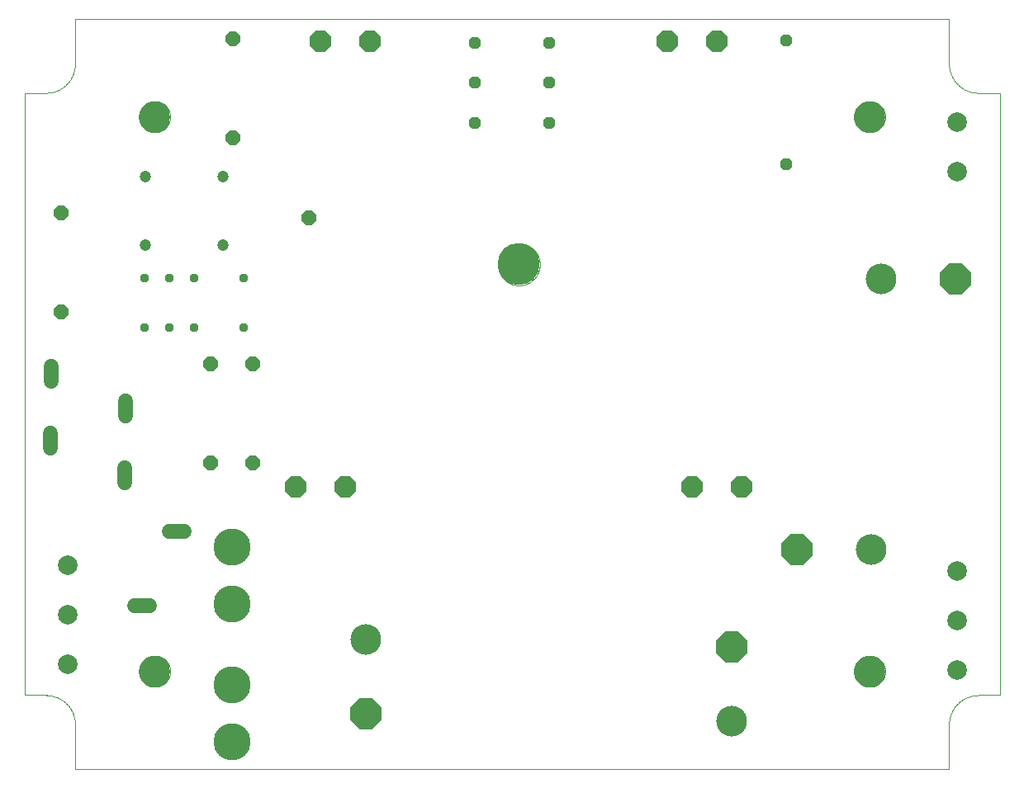
<source format=gbs>
G75*
%MOIN*%
%OFA0B0*%
%FSLAX25Y25*%
%IPPOS*%
%LPD*%
%AMOC8*
5,1,8,0,0,1.08239X$1,22.5*
%
%ADD10C,0.00000*%
%ADD11C,0.12598*%
%ADD12C,0.15000*%
%ADD13C,0.06000*%
%ADD14OC8,0.08600*%
%ADD15C,0.16929*%
%ADD16OC8,0.12400*%
%ADD17C,0.12400*%
%ADD18C,0.07874*%
%ADD19OC8,0.06000*%
%ADD20C,0.04724*%
%ADD21OC8,0.04800*%
%ADD22C,0.03740*%
%ADD23OC8,0.05906*%
D10*
X0022017Y0016053D02*
X0022017Y0034163D01*
X0022014Y0034448D01*
X0022003Y0034734D01*
X0021986Y0035019D01*
X0021962Y0035303D01*
X0021931Y0035587D01*
X0021893Y0035870D01*
X0021848Y0036151D01*
X0021797Y0036432D01*
X0021739Y0036712D01*
X0021674Y0036990D01*
X0021602Y0037266D01*
X0021524Y0037540D01*
X0021439Y0037813D01*
X0021347Y0038083D01*
X0021249Y0038351D01*
X0021145Y0038617D01*
X0021034Y0038880D01*
X0020917Y0039140D01*
X0020794Y0039398D01*
X0020664Y0039652D01*
X0020528Y0039903D01*
X0020387Y0040151D01*
X0020239Y0040395D01*
X0020086Y0040636D01*
X0019926Y0040872D01*
X0019761Y0041105D01*
X0019591Y0041334D01*
X0019415Y0041559D01*
X0019233Y0041779D01*
X0019047Y0041995D01*
X0018855Y0042206D01*
X0018658Y0042413D01*
X0018456Y0042615D01*
X0018249Y0042812D01*
X0018038Y0043004D01*
X0017822Y0043190D01*
X0017602Y0043372D01*
X0017377Y0043548D01*
X0017148Y0043718D01*
X0016915Y0043883D01*
X0016679Y0044043D01*
X0016438Y0044196D01*
X0016194Y0044344D01*
X0015946Y0044485D01*
X0015695Y0044621D01*
X0015441Y0044751D01*
X0015183Y0044874D01*
X0014923Y0044991D01*
X0014660Y0045102D01*
X0014394Y0045206D01*
X0014126Y0045304D01*
X0013856Y0045396D01*
X0013583Y0045481D01*
X0013309Y0045559D01*
X0013033Y0045631D01*
X0012755Y0045696D01*
X0012475Y0045754D01*
X0012194Y0045805D01*
X0011913Y0045850D01*
X0011630Y0045888D01*
X0011346Y0045919D01*
X0011062Y0045943D01*
X0010777Y0045960D01*
X0010491Y0045971D01*
X0010206Y0045974D01*
X0010206Y0045975D02*
X0001545Y0045975D01*
X0001545Y0289282D01*
X0010206Y0289282D01*
X0010491Y0289285D01*
X0010777Y0289296D01*
X0011062Y0289313D01*
X0011346Y0289337D01*
X0011630Y0289368D01*
X0011913Y0289406D01*
X0012194Y0289451D01*
X0012475Y0289502D01*
X0012755Y0289560D01*
X0013033Y0289625D01*
X0013309Y0289697D01*
X0013583Y0289775D01*
X0013856Y0289860D01*
X0014126Y0289952D01*
X0014394Y0290050D01*
X0014660Y0290154D01*
X0014923Y0290265D01*
X0015183Y0290382D01*
X0015441Y0290505D01*
X0015695Y0290635D01*
X0015946Y0290771D01*
X0016194Y0290912D01*
X0016438Y0291060D01*
X0016679Y0291213D01*
X0016915Y0291373D01*
X0017148Y0291538D01*
X0017377Y0291708D01*
X0017602Y0291884D01*
X0017822Y0292066D01*
X0018038Y0292252D01*
X0018249Y0292444D01*
X0018456Y0292641D01*
X0018658Y0292843D01*
X0018855Y0293050D01*
X0019047Y0293261D01*
X0019233Y0293477D01*
X0019415Y0293697D01*
X0019591Y0293922D01*
X0019761Y0294151D01*
X0019926Y0294384D01*
X0020086Y0294620D01*
X0020239Y0294861D01*
X0020387Y0295105D01*
X0020528Y0295353D01*
X0020664Y0295604D01*
X0020794Y0295858D01*
X0020917Y0296116D01*
X0021034Y0296376D01*
X0021145Y0296639D01*
X0021249Y0296905D01*
X0021347Y0297173D01*
X0021439Y0297443D01*
X0021524Y0297716D01*
X0021602Y0297990D01*
X0021674Y0298266D01*
X0021739Y0298544D01*
X0021797Y0298824D01*
X0021848Y0299105D01*
X0021893Y0299386D01*
X0021931Y0299669D01*
X0021962Y0299953D01*
X0021986Y0300237D01*
X0022003Y0300522D01*
X0022014Y0300808D01*
X0022017Y0301093D01*
X0022017Y0319203D01*
X0374773Y0319203D01*
X0374773Y0301093D01*
X0374776Y0300808D01*
X0374787Y0300522D01*
X0374804Y0300237D01*
X0374828Y0299953D01*
X0374859Y0299669D01*
X0374897Y0299386D01*
X0374942Y0299105D01*
X0374993Y0298824D01*
X0375051Y0298544D01*
X0375116Y0298266D01*
X0375188Y0297990D01*
X0375266Y0297716D01*
X0375351Y0297443D01*
X0375443Y0297173D01*
X0375541Y0296905D01*
X0375645Y0296639D01*
X0375756Y0296376D01*
X0375873Y0296116D01*
X0375996Y0295858D01*
X0376126Y0295604D01*
X0376262Y0295353D01*
X0376403Y0295105D01*
X0376551Y0294861D01*
X0376704Y0294620D01*
X0376864Y0294384D01*
X0377029Y0294151D01*
X0377199Y0293922D01*
X0377375Y0293697D01*
X0377557Y0293477D01*
X0377743Y0293261D01*
X0377935Y0293050D01*
X0378132Y0292843D01*
X0378334Y0292641D01*
X0378541Y0292444D01*
X0378752Y0292252D01*
X0378968Y0292066D01*
X0379188Y0291884D01*
X0379413Y0291708D01*
X0379642Y0291538D01*
X0379875Y0291373D01*
X0380111Y0291213D01*
X0380352Y0291060D01*
X0380596Y0290912D01*
X0380844Y0290771D01*
X0381095Y0290635D01*
X0381349Y0290505D01*
X0381607Y0290382D01*
X0381867Y0290265D01*
X0382130Y0290154D01*
X0382396Y0290050D01*
X0382664Y0289952D01*
X0382934Y0289860D01*
X0383207Y0289775D01*
X0383481Y0289697D01*
X0383757Y0289625D01*
X0384035Y0289560D01*
X0384315Y0289502D01*
X0384596Y0289451D01*
X0384877Y0289406D01*
X0385160Y0289368D01*
X0385444Y0289337D01*
X0385728Y0289313D01*
X0386013Y0289296D01*
X0386299Y0289285D01*
X0386584Y0289282D01*
X0395245Y0289282D01*
X0395245Y0045975D01*
X0386584Y0045975D01*
X0386584Y0045974D02*
X0386299Y0045971D01*
X0386013Y0045960D01*
X0385728Y0045943D01*
X0385444Y0045919D01*
X0385160Y0045888D01*
X0384877Y0045850D01*
X0384596Y0045805D01*
X0384315Y0045754D01*
X0384035Y0045696D01*
X0383757Y0045631D01*
X0383481Y0045559D01*
X0383207Y0045481D01*
X0382934Y0045396D01*
X0382664Y0045304D01*
X0382396Y0045206D01*
X0382130Y0045102D01*
X0381867Y0044991D01*
X0381607Y0044874D01*
X0381349Y0044751D01*
X0381095Y0044621D01*
X0380844Y0044485D01*
X0380596Y0044344D01*
X0380352Y0044196D01*
X0380111Y0044043D01*
X0379875Y0043883D01*
X0379642Y0043718D01*
X0379413Y0043548D01*
X0379188Y0043372D01*
X0378968Y0043190D01*
X0378752Y0043004D01*
X0378541Y0042812D01*
X0378334Y0042615D01*
X0378132Y0042413D01*
X0377935Y0042206D01*
X0377743Y0041995D01*
X0377557Y0041779D01*
X0377375Y0041559D01*
X0377199Y0041334D01*
X0377029Y0041105D01*
X0376864Y0040872D01*
X0376704Y0040636D01*
X0376551Y0040395D01*
X0376403Y0040151D01*
X0376262Y0039903D01*
X0376126Y0039652D01*
X0375996Y0039398D01*
X0375873Y0039140D01*
X0375756Y0038880D01*
X0375645Y0038617D01*
X0375541Y0038351D01*
X0375443Y0038083D01*
X0375351Y0037813D01*
X0375266Y0037540D01*
X0375188Y0037266D01*
X0375116Y0036990D01*
X0375051Y0036712D01*
X0374993Y0036432D01*
X0374942Y0036151D01*
X0374897Y0035870D01*
X0374859Y0035587D01*
X0374828Y0035303D01*
X0374804Y0035019D01*
X0374787Y0034734D01*
X0374776Y0034448D01*
X0374773Y0034163D01*
X0374773Y0016053D01*
X0022017Y0016053D01*
X0010600Y0045975D02*
X0010206Y0045975D01*
X0047805Y0055620D02*
X0047807Y0055778D01*
X0047813Y0055936D01*
X0047823Y0056094D01*
X0047837Y0056252D01*
X0047855Y0056409D01*
X0047876Y0056566D01*
X0047902Y0056722D01*
X0047932Y0056878D01*
X0047965Y0057033D01*
X0048003Y0057186D01*
X0048044Y0057339D01*
X0048089Y0057491D01*
X0048138Y0057642D01*
X0048191Y0057791D01*
X0048247Y0057939D01*
X0048307Y0058085D01*
X0048371Y0058230D01*
X0048439Y0058373D01*
X0048510Y0058515D01*
X0048584Y0058655D01*
X0048662Y0058792D01*
X0048744Y0058928D01*
X0048828Y0059062D01*
X0048917Y0059193D01*
X0049008Y0059322D01*
X0049103Y0059449D01*
X0049200Y0059574D01*
X0049301Y0059696D01*
X0049405Y0059815D01*
X0049512Y0059932D01*
X0049622Y0060046D01*
X0049735Y0060157D01*
X0049850Y0060266D01*
X0049968Y0060371D01*
X0050089Y0060473D01*
X0050212Y0060573D01*
X0050338Y0060669D01*
X0050466Y0060762D01*
X0050596Y0060852D01*
X0050729Y0060938D01*
X0050864Y0061022D01*
X0051000Y0061101D01*
X0051139Y0061178D01*
X0051280Y0061250D01*
X0051422Y0061320D01*
X0051566Y0061385D01*
X0051712Y0061447D01*
X0051859Y0061505D01*
X0052008Y0061560D01*
X0052158Y0061611D01*
X0052309Y0061658D01*
X0052461Y0061701D01*
X0052614Y0061740D01*
X0052769Y0061776D01*
X0052924Y0061807D01*
X0053080Y0061835D01*
X0053236Y0061859D01*
X0053393Y0061879D01*
X0053551Y0061895D01*
X0053708Y0061907D01*
X0053867Y0061915D01*
X0054025Y0061919D01*
X0054183Y0061919D01*
X0054341Y0061915D01*
X0054500Y0061907D01*
X0054657Y0061895D01*
X0054815Y0061879D01*
X0054972Y0061859D01*
X0055128Y0061835D01*
X0055284Y0061807D01*
X0055439Y0061776D01*
X0055594Y0061740D01*
X0055747Y0061701D01*
X0055899Y0061658D01*
X0056050Y0061611D01*
X0056200Y0061560D01*
X0056349Y0061505D01*
X0056496Y0061447D01*
X0056642Y0061385D01*
X0056786Y0061320D01*
X0056928Y0061250D01*
X0057069Y0061178D01*
X0057208Y0061101D01*
X0057344Y0061022D01*
X0057479Y0060938D01*
X0057612Y0060852D01*
X0057742Y0060762D01*
X0057870Y0060669D01*
X0057996Y0060573D01*
X0058119Y0060473D01*
X0058240Y0060371D01*
X0058358Y0060266D01*
X0058473Y0060157D01*
X0058586Y0060046D01*
X0058696Y0059932D01*
X0058803Y0059815D01*
X0058907Y0059696D01*
X0059008Y0059574D01*
X0059105Y0059449D01*
X0059200Y0059322D01*
X0059291Y0059193D01*
X0059380Y0059062D01*
X0059464Y0058928D01*
X0059546Y0058792D01*
X0059624Y0058655D01*
X0059698Y0058515D01*
X0059769Y0058373D01*
X0059837Y0058230D01*
X0059901Y0058085D01*
X0059961Y0057939D01*
X0060017Y0057791D01*
X0060070Y0057642D01*
X0060119Y0057491D01*
X0060164Y0057339D01*
X0060205Y0057186D01*
X0060243Y0057033D01*
X0060276Y0056878D01*
X0060306Y0056722D01*
X0060332Y0056566D01*
X0060353Y0056409D01*
X0060371Y0056252D01*
X0060385Y0056094D01*
X0060395Y0055936D01*
X0060401Y0055778D01*
X0060403Y0055620D01*
X0060401Y0055462D01*
X0060395Y0055304D01*
X0060385Y0055146D01*
X0060371Y0054988D01*
X0060353Y0054831D01*
X0060332Y0054674D01*
X0060306Y0054518D01*
X0060276Y0054362D01*
X0060243Y0054207D01*
X0060205Y0054054D01*
X0060164Y0053901D01*
X0060119Y0053749D01*
X0060070Y0053598D01*
X0060017Y0053449D01*
X0059961Y0053301D01*
X0059901Y0053155D01*
X0059837Y0053010D01*
X0059769Y0052867D01*
X0059698Y0052725D01*
X0059624Y0052585D01*
X0059546Y0052448D01*
X0059464Y0052312D01*
X0059380Y0052178D01*
X0059291Y0052047D01*
X0059200Y0051918D01*
X0059105Y0051791D01*
X0059008Y0051666D01*
X0058907Y0051544D01*
X0058803Y0051425D01*
X0058696Y0051308D01*
X0058586Y0051194D01*
X0058473Y0051083D01*
X0058358Y0050974D01*
X0058240Y0050869D01*
X0058119Y0050767D01*
X0057996Y0050667D01*
X0057870Y0050571D01*
X0057742Y0050478D01*
X0057612Y0050388D01*
X0057479Y0050302D01*
X0057344Y0050218D01*
X0057208Y0050139D01*
X0057069Y0050062D01*
X0056928Y0049990D01*
X0056786Y0049920D01*
X0056642Y0049855D01*
X0056496Y0049793D01*
X0056349Y0049735D01*
X0056200Y0049680D01*
X0056050Y0049629D01*
X0055899Y0049582D01*
X0055747Y0049539D01*
X0055594Y0049500D01*
X0055439Y0049464D01*
X0055284Y0049433D01*
X0055128Y0049405D01*
X0054972Y0049381D01*
X0054815Y0049361D01*
X0054657Y0049345D01*
X0054500Y0049333D01*
X0054341Y0049325D01*
X0054183Y0049321D01*
X0054025Y0049321D01*
X0053867Y0049325D01*
X0053708Y0049333D01*
X0053551Y0049345D01*
X0053393Y0049361D01*
X0053236Y0049381D01*
X0053080Y0049405D01*
X0052924Y0049433D01*
X0052769Y0049464D01*
X0052614Y0049500D01*
X0052461Y0049539D01*
X0052309Y0049582D01*
X0052158Y0049629D01*
X0052008Y0049680D01*
X0051859Y0049735D01*
X0051712Y0049793D01*
X0051566Y0049855D01*
X0051422Y0049920D01*
X0051280Y0049990D01*
X0051139Y0050062D01*
X0051000Y0050139D01*
X0050864Y0050218D01*
X0050729Y0050302D01*
X0050596Y0050388D01*
X0050466Y0050478D01*
X0050338Y0050571D01*
X0050212Y0050667D01*
X0050089Y0050767D01*
X0049968Y0050869D01*
X0049850Y0050974D01*
X0049735Y0051083D01*
X0049622Y0051194D01*
X0049512Y0051308D01*
X0049405Y0051425D01*
X0049301Y0051544D01*
X0049200Y0051666D01*
X0049103Y0051791D01*
X0049008Y0051918D01*
X0048917Y0052047D01*
X0048828Y0052178D01*
X0048744Y0052312D01*
X0048662Y0052448D01*
X0048584Y0052585D01*
X0048510Y0052725D01*
X0048439Y0052867D01*
X0048371Y0053010D01*
X0048307Y0053155D01*
X0048247Y0053301D01*
X0048191Y0053449D01*
X0048138Y0053598D01*
X0048089Y0053749D01*
X0048044Y0053901D01*
X0048003Y0054054D01*
X0047965Y0054207D01*
X0047932Y0054362D01*
X0047902Y0054518D01*
X0047876Y0054674D01*
X0047855Y0054831D01*
X0047837Y0054988D01*
X0047823Y0055146D01*
X0047813Y0055304D01*
X0047807Y0055462D01*
X0047805Y0055620D01*
X0192686Y0219990D02*
X0192689Y0220198D01*
X0192696Y0220405D01*
X0192709Y0220613D01*
X0192727Y0220820D01*
X0192750Y0221026D01*
X0192778Y0221232D01*
X0192811Y0221437D01*
X0192849Y0221641D01*
X0192892Y0221845D01*
X0192940Y0222047D01*
X0192993Y0222248D01*
X0193051Y0222447D01*
X0193113Y0222645D01*
X0193181Y0222842D01*
X0193253Y0223037D01*
X0193330Y0223229D01*
X0193412Y0223420D01*
X0193499Y0223609D01*
X0193590Y0223796D01*
X0193686Y0223980D01*
X0193786Y0224162D01*
X0193890Y0224342D01*
X0193999Y0224519D01*
X0194113Y0224693D01*
X0194230Y0224864D01*
X0194352Y0225033D01*
X0194478Y0225198D01*
X0194607Y0225360D01*
X0194741Y0225519D01*
X0194879Y0225675D01*
X0195020Y0225827D01*
X0195165Y0225976D01*
X0195314Y0226121D01*
X0195466Y0226262D01*
X0195622Y0226400D01*
X0195781Y0226534D01*
X0195943Y0226663D01*
X0196108Y0226789D01*
X0196277Y0226911D01*
X0196448Y0227028D01*
X0196622Y0227142D01*
X0196799Y0227251D01*
X0196979Y0227355D01*
X0197161Y0227455D01*
X0197345Y0227551D01*
X0197532Y0227642D01*
X0197721Y0227729D01*
X0197912Y0227811D01*
X0198104Y0227888D01*
X0198299Y0227960D01*
X0198496Y0228028D01*
X0198694Y0228090D01*
X0198893Y0228148D01*
X0199094Y0228201D01*
X0199296Y0228249D01*
X0199500Y0228292D01*
X0199704Y0228330D01*
X0199909Y0228363D01*
X0200115Y0228391D01*
X0200321Y0228414D01*
X0200528Y0228432D01*
X0200736Y0228445D01*
X0200943Y0228452D01*
X0201151Y0228455D01*
X0201359Y0228452D01*
X0201566Y0228445D01*
X0201774Y0228432D01*
X0201981Y0228414D01*
X0202187Y0228391D01*
X0202393Y0228363D01*
X0202598Y0228330D01*
X0202802Y0228292D01*
X0203006Y0228249D01*
X0203208Y0228201D01*
X0203409Y0228148D01*
X0203608Y0228090D01*
X0203806Y0228028D01*
X0204003Y0227960D01*
X0204198Y0227888D01*
X0204390Y0227811D01*
X0204581Y0227729D01*
X0204770Y0227642D01*
X0204957Y0227551D01*
X0205141Y0227455D01*
X0205323Y0227355D01*
X0205503Y0227251D01*
X0205680Y0227142D01*
X0205854Y0227028D01*
X0206025Y0226911D01*
X0206194Y0226789D01*
X0206359Y0226663D01*
X0206521Y0226534D01*
X0206680Y0226400D01*
X0206836Y0226262D01*
X0206988Y0226121D01*
X0207137Y0225976D01*
X0207282Y0225827D01*
X0207423Y0225675D01*
X0207561Y0225519D01*
X0207695Y0225360D01*
X0207824Y0225198D01*
X0207950Y0225033D01*
X0208072Y0224864D01*
X0208189Y0224693D01*
X0208303Y0224519D01*
X0208412Y0224342D01*
X0208516Y0224162D01*
X0208616Y0223980D01*
X0208712Y0223796D01*
X0208803Y0223609D01*
X0208890Y0223420D01*
X0208972Y0223229D01*
X0209049Y0223037D01*
X0209121Y0222842D01*
X0209189Y0222645D01*
X0209251Y0222447D01*
X0209309Y0222248D01*
X0209362Y0222047D01*
X0209410Y0221845D01*
X0209453Y0221641D01*
X0209491Y0221437D01*
X0209524Y0221232D01*
X0209552Y0221026D01*
X0209575Y0220820D01*
X0209593Y0220613D01*
X0209606Y0220405D01*
X0209613Y0220198D01*
X0209616Y0219990D01*
X0209613Y0219782D01*
X0209606Y0219575D01*
X0209593Y0219367D01*
X0209575Y0219160D01*
X0209552Y0218954D01*
X0209524Y0218748D01*
X0209491Y0218543D01*
X0209453Y0218339D01*
X0209410Y0218135D01*
X0209362Y0217933D01*
X0209309Y0217732D01*
X0209251Y0217533D01*
X0209189Y0217335D01*
X0209121Y0217138D01*
X0209049Y0216943D01*
X0208972Y0216751D01*
X0208890Y0216560D01*
X0208803Y0216371D01*
X0208712Y0216184D01*
X0208616Y0216000D01*
X0208516Y0215818D01*
X0208412Y0215638D01*
X0208303Y0215461D01*
X0208189Y0215287D01*
X0208072Y0215116D01*
X0207950Y0214947D01*
X0207824Y0214782D01*
X0207695Y0214620D01*
X0207561Y0214461D01*
X0207423Y0214305D01*
X0207282Y0214153D01*
X0207137Y0214004D01*
X0206988Y0213859D01*
X0206836Y0213718D01*
X0206680Y0213580D01*
X0206521Y0213446D01*
X0206359Y0213317D01*
X0206194Y0213191D01*
X0206025Y0213069D01*
X0205854Y0212952D01*
X0205680Y0212838D01*
X0205503Y0212729D01*
X0205323Y0212625D01*
X0205141Y0212525D01*
X0204957Y0212429D01*
X0204770Y0212338D01*
X0204581Y0212251D01*
X0204390Y0212169D01*
X0204198Y0212092D01*
X0204003Y0212020D01*
X0203806Y0211952D01*
X0203608Y0211890D01*
X0203409Y0211832D01*
X0203208Y0211779D01*
X0203006Y0211731D01*
X0202802Y0211688D01*
X0202598Y0211650D01*
X0202393Y0211617D01*
X0202187Y0211589D01*
X0201981Y0211566D01*
X0201774Y0211548D01*
X0201566Y0211535D01*
X0201359Y0211528D01*
X0201151Y0211525D01*
X0200943Y0211528D01*
X0200736Y0211535D01*
X0200528Y0211548D01*
X0200321Y0211566D01*
X0200115Y0211589D01*
X0199909Y0211617D01*
X0199704Y0211650D01*
X0199500Y0211688D01*
X0199296Y0211731D01*
X0199094Y0211779D01*
X0198893Y0211832D01*
X0198694Y0211890D01*
X0198496Y0211952D01*
X0198299Y0212020D01*
X0198104Y0212092D01*
X0197912Y0212169D01*
X0197721Y0212251D01*
X0197532Y0212338D01*
X0197345Y0212429D01*
X0197161Y0212525D01*
X0196979Y0212625D01*
X0196799Y0212729D01*
X0196622Y0212838D01*
X0196448Y0212952D01*
X0196277Y0213069D01*
X0196108Y0213191D01*
X0195943Y0213317D01*
X0195781Y0213446D01*
X0195622Y0213580D01*
X0195466Y0213718D01*
X0195314Y0213859D01*
X0195165Y0214004D01*
X0195020Y0214153D01*
X0194879Y0214305D01*
X0194741Y0214461D01*
X0194607Y0214620D01*
X0194478Y0214782D01*
X0194352Y0214947D01*
X0194230Y0215116D01*
X0194113Y0215287D01*
X0193999Y0215461D01*
X0193890Y0215638D01*
X0193786Y0215818D01*
X0193686Y0216000D01*
X0193590Y0216184D01*
X0193499Y0216371D01*
X0193412Y0216560D01*
X0193330Y0216751D01*
X0193253Y0216943D01*
X0193181Y0217138D01*
X0193113Y0217335D01*
X0193051Y0217533D01*
X0192993Y0217732D01*
X0192940Y0217933D01*
X0192892Y0218135D01*
X0192849Y0218339D01*
X0192811Y0218543D01*
X0192778Y0218748D01*
X0192750Y0218954D01*
X0192727Y0219160D01*
X0192709Y0219367D01*
X0192696Y0219575D01*
X0192689Y0219782D01*
X0192686Y0219990D01*
X0047805Y0279636D02*
X0047807Y0279794D01*
X0047813Y0279952D01*
X0047823Y0280110D01*
X0047837Y0280268D01*
X0047855Y0280425D01*
X0047876Y0280582D01*
X0047902Y0280738D01*
X0047932Y0280894D01*
X0047965Y0281049D01*
X0048003Y0281202D01*
X0048044Y0281355D01*
X0048089Y0281507D01*
X0048138Y0281658D01*
X0048191Y0281807D01*
X0048247Y0281955D01*
X0048307Y0282101D01*
X0048371Y0282246D01*
X0048439Y0282389D01*
X0048510Y0282531D01*
X0048584Y0282671D01*
X0048662Y0282808D01*
X0048744Y0282944D01*
X0048828Y0283078D01*
X0048917Y0283209D01*
X0049008Y0283338D01*
X0049103Y0283465D01*
X0049200Y0283590D01*
X0049301Y0283712D01*
X0049405Y0283831D01*
X0049512Y0283948D01*
X0049622Y0284062D01*
X0049735Y0284173D01*
X0049850Y0284282D01*
X0049968Y0284387D01*
X0050089Y0284489D01*
X0050212Y0284589D01*
X0050338Y0284685D01*
X0050466Y0284778D01*
X0050596Y0284868D01*
X0050729Y0284954D01*
X0050864Y0285038D01*
X0051000Y0285117D01*
X0051139Y0285194D01*
X0051280Y0285266D01*
X0051422Y0285336D01*
X0051566Y0285401D01*
X0051712Y0285463D01*
X0051859Y0285521D01*
X0052008Y0285576D01*
X0052158Y0285627D01*
X0052309Y0285674D01*
X0052461Y0285717D01*
X0052614Y0285756D01*
X0052769Y0285792D01*
X0052924Y0285823D01*
X0053080Y0285851D01*
X0053236Y0285875D01*
X0053393Y0285895D01*
X0053551Y0285911D01*
X0053708Y0285923D01*
X0053867Y0285931D01*
X0054025Y0285935D01*
X0054183Y0285935D01*
X0054341Y0285931D01*
X0054500Y0285923D01*
X0054657Y0285911D01*
X0054815Y0285895D01*
X0054972Y0285875D01*
X0055128Y0285851D01*
X0055284Y0285823D01*
X0055439Y0285792D01*
X0055594Y0285756D01*
X0055747Y0285717D01*
X0055899Y0285674D01*
X0056050Y0285627D01*
X0056200Y0285576D01*
X0056349Y0285521D01*
X0056496Y0285463D01*
X0056642Y0285401D01*
X0056786Y0285336D01*
X0056928Y0285266D01*
X0057069Y0285194D01*
X0057208Y0285117D01*
X0057344Y0285038D01*
X0057479Y0284954D01*
X0057612Y0284868D01*
X0057742Y0284778D01*
X0057870Y0284685D01*
X0057996Y0284589D01*
X0058119Y0284489D01*
X0058240Y0284387D01*
X0058358Y0284282D01*
X0058473Y0284173D01*
X0058586Y0284062D01*
X0058696Y0283948D01*
X0058803Y0283831D01*
X0058907Y0283712D01*
X0059008Y0283590D01*
X0059105Y0283465D01*
X0059200Y0283338D01*
X0059291Y0283209D01*
X0059380Y0283078D01*
X0059464Y0282944D01*
X0059546Y0282808D01*
X0059624Y0282671D01*
X0059698Y0282531D01*
X0059769Y0282389D01*
X0059837Y0282246D01*
X0059901Y0282101D01*
X0059961Y0281955D01*
X0060017Y0281807D01*
X0060070Y0281658D01*
X0060119Y0281507D01*
X0060164Y0281355D01*
X0060205Y0281202D01*
X0060243Y0281049D01*
X0060276Y0280894D01*
X0060306Y0280738D01*
X0060332Y0280582D01*
X0060353Y0280425D01*
X0060371Y0280268D01*
X0060385Y0280110D01*
X0060395Y0279952D01*
X0060401Y0279794D01*
X0060403Y0279636D01*
X0060401Y0279478D01*
X0060395Y0279320D01*
X0060385Y0279162D01*
X0060371Y0279004D01*
X0060353Y0278847D01*
X0060332Y0278690D01*
X0060306Y0278534D01*
X0060276Y0278378D01*
X0060243Y0278223D01*
X0060205Y0278070D01*
X0060164Y0277917D01*
X0060119Y0277765D01*
X0060070Y0277614D01*
X0060017Y0277465D01*
X0059961Y0277317D01*
X0059901Y0277171D01*
X0059837Y0277026D01*
X0059769Y0276883D01*
X0059698Y0276741D01*
X0059624Y0276601D01*
X0059546Y0276464D01*
X0059464Y0276328D01*
X0059380Y0276194D01*
X0059291Y0276063D01*
X0059200Y0275934D01*
X0059105Y0275807D01*
X0059008Y0275682D01*
X0058907Y0275560D01*
X0058803Y0275441D01*
X0058696Y0275324D01*
X0058586Y0275210D01*
X0058473Y0275099D01*
X0058358Y0274990D01*
X0058240Y0274885D01*
X0058119Y0274783D01*
X0057996Y0274683D01*
X0057870Y0274587D01*
X0057742Y0274494D01*
X0057612Y0274404D01*
X0057479Y0274318D01*
X0057344Y0274234D01*
X0057208Y0274155D01*
X0057069Y0274078D01*
X0056928Y0274006D01*
X0056786Y0273936D01*
X0056642Y0273871D01*
X0056496Y0273809D01*
X0056349Y0273751D01*
X0056200Y0273696D01*
X0056050Y0273645D01*
X0055899Y0273598D01*
X0055747Y0273555D01*
X0055594Y0273516D01*
X0055439Y0273480D01*
X0055284Y0273449D01*
X0055128Y0273421D01*
X0054972Y0273397D01*
X0054815Y0273377D01*
X0054657Y0273361D01*
X0054500Y0273349D01*
X0054341Y0273341D01*
X0054183Y0273337D01*
X0054025Y0273337D01*
X0053867Y0273341D01*
X0053708Y0273349D01*
X0053551Y0273361D01*
X0053393Y0273377D01*
X0053236Y0273397D01*
X0053080Y0273421D01*
X0052924Y0273449D01*
X0052769Y0273480D01*
X0052614Y0273516D01*
X0052461Y0273555D01*
X0052309Y0273598D01*
X0052158Y0273645D01*
X0052008Y0273696D01*
X0051859Y0273751D01*
X0051712Y0273809D01*
X0051566Y0273871D01*
X0051422Y0273936D01*
X0051280Y0274006D01*
X0051139Y0274078D01*
X0051000Y0274155D01*
X0050864Y0274234D01*
X0050729Y0274318D01*
X0050596Y0274404D01*
X0050466Y0274494D01*
X0050338Y0274587D01*
X0050212Y0274683D01*
X0050089Y0274783D01*
X0049968Y0274885D01*
X0049850Y0274990D01*
X0049735Y0275099D01*
X0049622Y0275210D01*
X0049512Y0275324D01*
X0049405Y0275441D01*
X0049301Y0275560D01*
X0049200Y0275682D01*
X0049103Y0275807D01*
X0049008Y0275934D01*
X0048917Y0276063D01*
X0048828Y0276194D01*
X0048744Y0276328D01*
X0048662Y0276464D01*
X0048584Y0276601D01*
X0048510Y0276741D01*
X0048439Y0276883D01*
X0048371Y0277026D01*
X0048307Y0277171D01*
X0048247Y0277317D01*
X0048191Y0277465D01*
X0048138Y0277614D01*
X0048089Y0277765D01*
X0048044Y0277917D01*
X0048003Y0278070D01*
X0047965Y0278223D01*
X0047932Y0278378D01*
X0047902Y0278534D01*
X0047876Y0278690D01*
X0047855Y0278847D01*
X0047837Y0279004D01*
X0047823Y0279162D01*
X0047813Y0279320D01*
X0047807Y0279478D01*
X0047805Y0279636D01*
X0336387Y0279636D02*
X0336389Y0279794D01*
X0336395Y0279952D01*
X0336405Y0280110D01*
X0336419Y0280268D01*
X0336437Y0280425D01*
X0336458Y0280582D01*
X0336484Y0280738D01*
X0336514Y0280894D01*
X0336547Y0281049D01*
X0336585Y0281202D01*
X0336626Y0281355D01*
X0336671Y0281507D01*
X0336720Y0281658D01*
X0336773Y0281807D01*
X0336829Y0281955D01*
X0336889Y0282101D01*
X0336953Y0282246D01*
X0337021Y0282389D01*
X0337092Y0282531D01*
X0337166Y0282671D01*
X0337244Y0282808D01*
X0337326Y0282944D01*
X0337410Y0283078D01*
X0337499Y0283209D01*
X0337590Y0283338D01*
X0337685Y0283465D01*
X0337782Y0283590D01*
X0337883Y0283712D01*
X0337987Y0283831D01*
X0338094Y0283948D01*
X0338204Y0284062D01*
X0338317Y0284173D01*
X0338432Y0284282D01*
X0338550Y0284387D01*
X0338671Y0284489D01*
X0338794Y0284589D01*
X0338920Y0284685D01*
X0339048Y0284778D01*
X0339178Y0284868D01*
X0339311Y0284954D01*
X0339446Y0285038D01*
X0339582Y0285117D01*
X0339721Y0285194D01*
X0339862Y0285266D01*
X0340004Y0285336D01*
X0340148Y0285401D01*
X0340294Y0285463D01*
X0340441Y0285521D01*
X0340590Y0285576D01*
X0340740Y0285627D01*
X0340891Y0285674D01*
X0341043Y0285717D01*
X0341196Y0285756D01*
X0341351Y0285792D01*
X0341506Y0285823D01*
X0341662Y0285851D01*
X0341818Y0285875D01*
X0341975Y0285895D01*
X0342133Y0285911D01*
X0342290Y0285923D01*
X0342449Y0285931D01*
X0342607Y0285935D01*
X0342765Y0285935D01*
X0342923Y0285931D01*
X0343082Y0285923D01*
X0343239Y0285911D01*
X0343397Y0285895D01*
X0343554Y0285875D01*
X0343710Y0285851D01*
X0343866Y0285823D01*
X0344021Y0285792D01*
X0344176Y0285756D01*
X0344329Y0285717D01*
X0344481Y0285674D01*
X0344632Y0285627D01*
X0344782Y0285576D01*
X0344931Y0285521D01*
X0345078Y0285463D01*
X0345224Y0285401D01*
X0345368Y0285336D01*
X0345510Y0285266D01*
X0345651Y0285194D01*
X0345790Y0285117D01*
X0345926Y0285038D01*
X0346061Y0284954D01*
X0346194Y0284868D01*
X0346324Y0284778D01*
X0346452Y0284685D01*
X0346578Y0284589D01*
X0346701Y0284489D01*
X0346822Y0284387D01*
X0346940Y0284282D01*
X0347055Y0284173D01*
X0347168Y0284062D01*
X0347278Y0283948D01*
X0347385Y0283831D01*
X0347489Y0283712D01*
X0347590Y0283590D01*
X0347687Y0283465D01*
X0347782Y0283338D01*
X0347873Y0283209D01*
X0347962Y0283078D01*
X0348046Y0282944D01*
X0348128Y0282808D01*
X0348206Y0282671D01*
X0348280Y0282531D01*
X0348351Y0282389D01*
X0348419Y0282246D01*
X0348483Y0282101D01*
X0348543Y0281955D01*
X0348599Y0281807D01*
X0348652Y0281658D01*
X0348701Y0281507D01*
X0348746Y0281355D01*
X0348787Y0281202D01*
X0348825Y0281049D01*
X0348858Y0280894D01*
X0348888Y0280738D01*
X0348914Y0280582D01*
X0348935Y0280425D01*
X0348953Y0280268D01*
X0348967Y0280110D01*
X0348977Y0279952D01*
X0348983Y0279794D01*
X0348985Y0279636D01*
X0348983Y0279478D01*
X0348977Y0279320D01*
X0348967Y0279162D01*
X0348953Y0279004D01*
X0348935Y0278847D01*
X0348914Y0278690D01*
X0348888Y0278534D01*
X0348858Y0278378D01*
X0348825Y0278223D01*
X0348787Y0278070D01*
X0348746Y0277917D01*
X0348701Y0277765D01*
X0348652Y0277614D01*
X0348599Y0277465D01*
X0348543Y0277317D01*
X0348483Y0277171D01*
X0348419Y0277026D01*
X0348351Y0276883D01*
X0348280Y0276741D01*
X0348206Y0276601D01*
X0348128Y0276464D01*
X0348046Y0276328D01*
X0347962Y0276194D01*
X0347873Y0276063D01*
X0347782Y0275934D01*
X0347687Y0275807D01*
X0347590Y0275682D01*
X0347489Y0275560D01*
X0347385Y0275441D01*
X0347278Y0275324D01*
X0347168Y0275210D01*
X0347055Y0275099D01*
X0346940Y0274990D01*
X0346822Y0274885D01*
X0346701Y0274783D01*
X0346578Y0274683D01*
X0346452Y0274587D01*
X0346324Y0274494D01*
X0346194Y0274404D01*
X0346061Y0274318D01*
X0345926Y0274234D01*
X0345790Y0274155D01*
X0345651Y0274078D01*
X0345510Y0274006D01*
X0345368Y0273936D01*
X0345224Y0273871D01*
X0345078Y0273809D01*
X0344931Y0273751D01*
X0344782Y0273696D01*
X0344632Y0273645D01*
X0344481Y0273598D01*
X0344329Y0273555D01*
X0344176Y0273516D01*
X0344021Y0273480D01*
X0343866Y0273449D01*
X0343710Y0273421D01*
X0343554Y0273397D01*
X0343397Y0273377D01*
X0343239Y0273361D01*
X0343082Y0273349D01*
X0342923Y0273341D01*
X0342765Y0273337D01*
X0342607Y0273337D01*
X0342449Y0273341D01*
X0342290Y0273349D01*
X0342133Y0273361D01*
X0341975Y0273377D01*
X0341818Y0273397D01*
X0341662Y0273421D01*
X0341506Y0273449D01*
X0341351Y0273480D01*
X0341196Y0273516D01*
X0341043Y0273555D01*
X0340891Y0273598D01*
X0340740Y0273645D01*
X0340590Y0273696D01*
X0340441Y0273751D01*
X0340294Y0273809D01*
X0340148Y0273871D01*
X0340004Y0273936D01*
X0339862Y0274006D01*
X0339721Y0274078D01*
X0339582Y0274155D01*
X0339446Y0274234D01*
X0339311Y0274318D01*
X0339178Y0274404D01*
X0339048Y0274494D01*
X0338920Y0274587D01*
X0338794Y0274683D01*
X0338671Y0274783D01*
X0338550Y0274885D01*
X0338432Y0274990D01*
X0338317Y0275099D01*
X0338204Y0275210D01*
X0338094Y0275324D01*
X0337987Y0275441D01*
X0337883Y0275560D01*
X0337782Y0275682D01*
X0337685Y0275807D01*
X0337590Y0275934D01*
X0337499Y0276063D01*
X0337410Y0276194D01*
X0337326Y0276328D01*
X0337244Y0276464D01*
X0337166Y0276601D01*
X0337092Y0276741D01*
X0337021Y0276883D01*
X0336953Y0277026D01*
X0336889Y0277171D01*
X0336829Y0277317D01*
X0336773Y0277465D01*
X0336720Y0277614D01*
X0336671Y0277765D01*
X0336626Y0277917D01*
X0336585Y0278070D01*
X0336547Y0278223D01*
X0336514Y0278378D01*
X0336484Y0278534D01*
X0336458Y0278690D01*
X0336437Y0278847D01*
X0336419Y0279004D01*
X0336405Y0279162D01*
X0336395Y0279320D01*
X0336389Y0279478D01*
X0336387Y0279636D01*
X0336387Y0055620D02*
X0336389Y0055778D01*
X0336395Y0055936D01*
X0336405Y0056094D01*
X0336419Y0056252D01*
X0336437Y0056409D01*
X0336458Y0056566D01*
X0336484Y0056722D01*
X0336514Y0056878D01*
X0336547Y0057033D01*
X0336585Y0057186D01*
X0336626Y0057339D01*
X0336671Y0057491D01*
X0336720Y0057642D01*
X0336773Y0057791D01*
X0336829Y0057939D01*
X0336889Y0058085D01*
X0336953Y0058230D01*
X0337021Y0058373D01*
X0337092Y0058515D01*
X0337166Y0058655D01*
X0337244Y0058792D01*
X0337326Y0058928D01*
X0337410Y0059062D01*
X0337499Y0059193D01*
X0337590Y0059322D01*
X0337685Y0059449D01*
X0337782Y0059574D01*
X0337883Y0059696D01*
X0337987Y0059815D01*
X0338094Y0059932D01*
X0338204Y0060046D01*
X0338317Y0060157D01*
X0338432Y0060266D01*
X0338550Y0060371D01*
X0338671Y0060473D01*
X0338794Y0060573D01*
X0338920Y0060669D01*
X0339048Y0060762D01*
X0339178Y0060852D01*
X0339311Y0060938D01*
X0339446Y0061022D01*
X0339582Y0061101D01*
X0339721Y0061178D01*
X0339862Y0061250D01*
X0340004Y0061320D01*
X0340148Y0061385D01*
X0340294Y0061447D01*
X0340441Y0061505D01*
X0340590Y0061560D01*
X0340740Y0061611D01*
X0340891Y0061658D01*
X0341043Y0061701D01*
X0341196Y0061740D01*
X0341351Y0061776D01*
X0341506Y0061807D01*
X0341662Y0061835D01*
X0341818Y0061859D01*
X0341975Y0061879D01*
X0342133Y0061895D01*
X0342290Y0061907D01*
X0342449Y0061915D01*
X0342607Y0061919D01*
X0342765Y0061919D01*
X0342923Y0061915D01*
X0343082Y0061907D01*
X0343239Y0061895D01*
X0343397Y0061879D01*
X0343554Y0061859D01*
X0343710Y0061835D01*
X0343866Y0061807D01*
X0344021Y0061776D01*
X0344176Y0061740D01*
X0344329Y0061701D01*
X0344481Y0061658D01*
X0344632Y0061611D01*
X0344782Y0061560D01*
X0344931Y0061505D01*
X0345078Y0061447D01*
X0345224Y0061385D01*
X0345368Y0061320D01*
X0345510Y0061250D01*
X0345651Y0061178D01*
X0345790Y0061101D01*
X0345926Y0061022D01*
X0346061Y0060938D01*
X0346194Y0060852D01*
X0346324Y0060762D01*
X0346452Y0060669D01*
X0346578Y0060573D01*
X0346701Y0060473D01*
X0346822Y0060371D01*
X0346940Y0060266D01*
X0347055Y0060157D01*
X0347168Y0060046D01*
X0347278Y0059932D01*
X0347385Y0059815D01*
X0347489Y0059696D01*
X0347590Y0059574D01*
X0347687Y0059449D01*
X0347782Y0059322D01*
X0347873Y0059193D01*
X0347962Y0059062D01*
X0348046Y0058928D01*
X0348128Y0058792D01*
X0348206Y0058655D01*
X0348280Y0058515D01*
X0348351Y0058373D01*
X0348419Y0058230D01*
X0348483Y0058085D01*
X0348543Y0057939D01*
X0348599Y0057791D01*
X0348652Y0057642D01*
X0348701Y0057491D01*
X0348746Y0057339D01*
X0348787Y0057186D01*
X0348825Y0057033D01*
X0348858Y0056878D01*
X0348888Y0056722D01*
X0348914Y0056566D01*
X0348935Y0056409D01*
X0348953Y0056252D01*
X0348967Y0056094D01*
X0348977Y0055936D01*
X0348983Y0055778D01*
X0348985Y0055620D01*
X0348983Y0055462D01*
X0348977Y0055304D01*
X0348967Y0055146D01*
X0348953Y0054988D01*
X0348935Y0054831D01*
X0348914Y0054674D01*
X0348888Y0054518D01*
X0348858Y0054362D01*
X0348825Y0054207D01*
X0348787Y0054054D01*
X0348746Y0053901D01*
X0348701Y0053749D01*
X0348652Y0053598D01*
X0348599Y0053449D01*
X0348543Y0053301D01*
X0348483Y0053155D01*
X0348419Y0053010D01*
X0348351Y0052867D01*
X0348280Y0052725D01*
X0348206Y0052585D01*
X0348128Y0052448D01*
X0348046Y0052312D01*
X0347962Y0052178D01*
X0347873Y0052047D01*
X0347782Y0051918D01*
X0347687Y0051791D01*
X0347590Y0051666D01*
X0347489Y0051544D01*
X0347385Y0051425D01*
X0347278Y0051308D01*
X0347168Y0051194D01*
X0347055Y0051083D01*
X0346940Y0050974D01*
X0346822Y0050869D01*
X0346701Y0050767D01*
X0346578Y0050667D01*
X0346452Y0050571D01*
X0346324Y0050478D01*
X0346194Y0050388D01*
X0346061Y0050302D01*
X0345926Y0050218D01*
X0345790Y0050139D01*
X0345651Y0050062D01*
X0345510Y0049990D01*
X0345368Y0049920D01*
X0345224Y0049855D01*
X0345078Y0049793D01*
X0344931Y0049735D01*
X0344782Y0049680D01*
X0344632Y0049629D01*
X0344481Y0049582D01*
X0344329Y0049539D01*
X0344176Y0049500D01*
X0344021Y0049464D01*
X0343866Y0049433D01*
X0343710Y0049405D01*
X0343554Y0049381D01*
X0343397Y0049361D01*
X0343239Y0049345D01*
X0343082Y0049333D01*
X0342923Y0049325D01*
X0342765Y0049321D01*
X0342607Y0049321D01*
X0342449Y0049325D01*
X0342290Y0049333D01*
X0342133Y0049345D01*
X0341975Y0049361D01*
X0341818Y0049381D01*
X0341662Y0049405D01*
X0341506Y0049433D01*
X0341351Y0049464D01*
X0341196Y0049500D01*
X0341043Y0049539D01*
X0340891Y0049582D01*
X0340740Y0049629D01*
X0340590Y0049680D01*
X0340441Y0049735D01*
X0340294Y0049793D01*
X0340148Y0049855D01*
X0340004Y0049920D01*
X0339862Y0049990D01*
X0339721Y0050062D01*
X0339582Y0050139D01*
X0339446Y0050218D01*
X0339311Y0050302D01*
X0339178Y0050388D01*
X0339048Y0050478D01*
X0338920Y0050571D01*
X0338794Y0050667D01*
X0338671Y0050767D01*
X0338550Y0050869D01*
X0338432Y0050974D01*
X0338317Y0051083D01*
X0338204Y0051194D01*
X0338094Y0051308D01*
X0337987Y0051425D01*
X0337883Y0051544D01*
X0337782Y0051666D01*
X0337685Y0051791D01*
X0337590Y0051918D01*
X0337499Y0052047D01*
X0337410Y0052178D01*
X0337326Y0052312D01*
X0337244Y0052448D01*
X0337166Y0052585D01*
X0337092Y0052725D01*
X0337021Y0052867D01*
X0336953Y0053010D01*
X0336889Y0053155D01*
X0336829Y0053301D01*
X0336773Y0053449D01*
X0336720Y0053598D01*
X0336671Y0053749D01*
X0336626Y0053901D01*
X0336585Y0054054D01*
X0336547Y0054207D01*
X0336514Y0054362D01*
X0336484Y0054518D01*
X0336458Y0054674D01*
X0336437Y0054831D01*
X0336419Y0054988D01*
X0336405Y0055146D01*
X0336395Y0055304D01*
X0336389Y0055462D01*
X0336387Y0055620D01*
D11*
X0342686Y0055620D03*
X0342686Y0279636D03*
X0054104Y0279636D03*
X0054104Y0055620D03*
D12*
X0085403Y0050077D03*
X0085403Y0027077D03*
X0085403Y0082817D03*
X0085403Y0105817D03*
D13*
X0065875Y0112156D02*
X0059875Y0112156D01*
X0042135Y0131644D02*
X0042135Y0137644D01*
X0042489Y0158809D02*
X0042489Y0164809D01*
X0012489Y0172809D02*
X0012489Y0178809D01*
X0012135Y0151644D02*
X0012135Y0145644D01*
X0045875Y0082156D02*
X0051875Y0082156D01*
D14*
X0111151Y0129990D03*
X0131151Y0129990D03*
X0271151Y0129990D03*
X0291151Y0129990D03*
X0281151Y0309990D03*
X0261151Y0309990D03*
X0141151Y0309990D03*
X0121151Y0309990D03*
D15*
X0201151Y0219990D03*
D16*
X0313395Y0104730D03*
X0286978Y0065502D03*
X0139340Y0038455D03*
X0377332Y0214045D03*
D17*
X0347332Y0214045D03*
X0343395Y0104730D03*
X0286978Y0035502D03*
X0139340Y0068455D03*
D18*
X0018867Y0058628D03*
X0018867Y0078628D03*
X0018867Y0098628D03*
X0377923Y0096289D03*
X0377923Y0076289D03*
X0377923Y0056289D03*
X0377923Y0257392D03*
X0377923Y0277392D03*
D19*
X0093671Y0179754D03*
X0076741Y0179754D03*
X0076741Y0139754D03*
X0093671Y0139754D03*
X0016505Y0200778D03*
X0016505Y0240778D03*
X0085797Y0271250D03*
X0085797Y0311250D03*
D20*
X0081860Y0255423D03*
X0050364Y0255423D03*
X0050364Y0227864D03*
X0081860Y0227864D03*
D21*
X0183395Y0277077D03*
X0183395Y0293612D03*
X0183395Y0309360D03*
X0213395Y0309360D03*
X0213395Y0293612D03*
X0213395Y0277077D03*
X0309025Y0260345D03*
X0309025Y0310345D03*
D22*
X0090049Y0214636D03*
X0070049Y0214636D03*
X0060049Y0214636D03*
X0050049Y0214636D03*
X0050049Y0194636D03*
X0060049Y0194636D03*
X0070049Y0194636D03*
X0090049Y0194636D03*
D23*
X0116505Y0238888D03*
M02*

</source>
